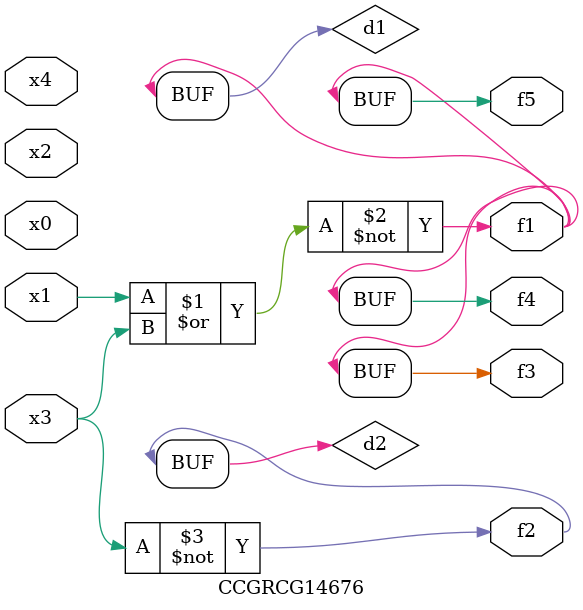
<source format=v>
module CCGRCG14676(
	input x0, x1, x2, x3, x4,
	output f1, f2, f3, f4, f5
);

	wire d1, d2;

	nor (d1, x1, x3);
	not (d2, x3);
	assign f1 = d1;
	assign f2 = d2;
	assign f3 = d1;
	assign f4 = d1;
	assign f5 = d1;
endmodule

</source>
